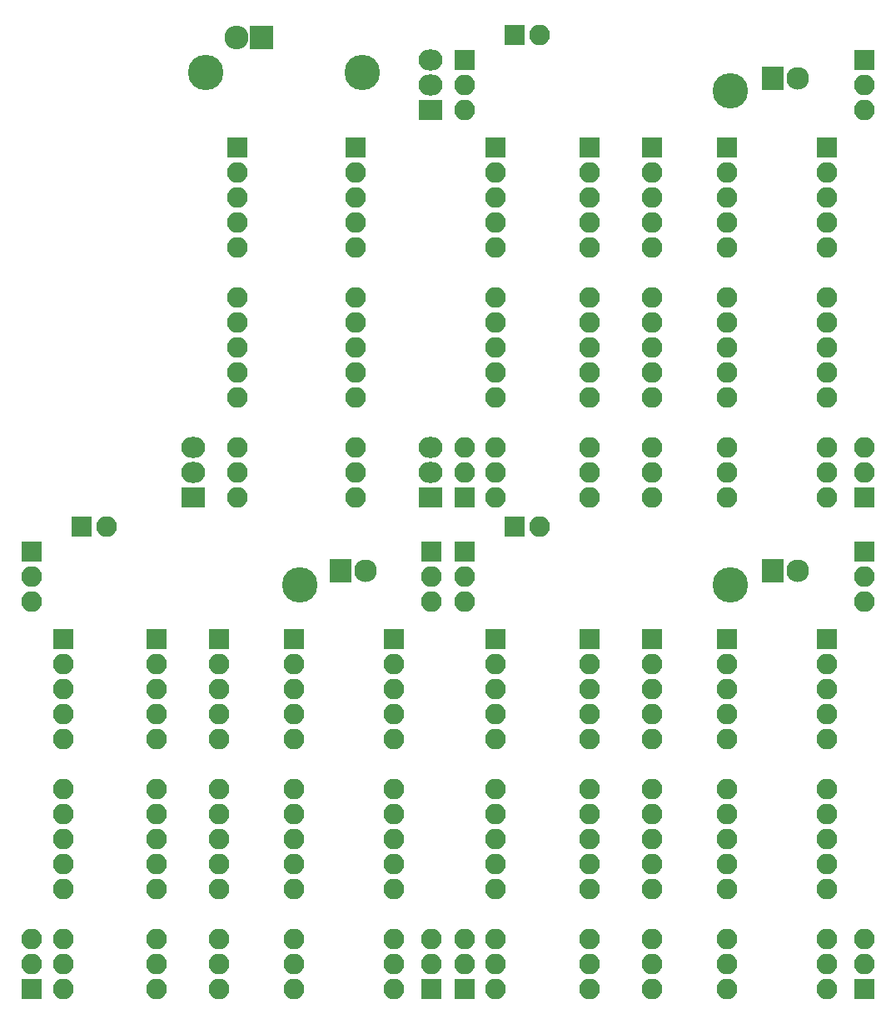
<source format=gts>
G04 #@! TF.FileFunction,Soldermask,Top*
%FSLAX46Y46*%
G04 Gerber Fmt 4.6, Leading zero omitted, Abs format (unit mm)*
G04 Created by KiCad (PCBNEW 4.0.5+dfsg1-4) date Fri Sep 22 17:31:14 2017*
%MOMM*%
%LPD*%
G01*
G04 APERTURE LIST*
%ADD10C,0.100000*%
%ADD11C,3.600000*%
%ADD12R,2.100000X2.100000*%
%ADD13O,2.100000X2.100000*%
%ADD14R,2.300000X2.400000*%
%ADD15C,2.300000*%
%ADD16R,2.432000X2.432000*%
%ADD17O,2.432000X2.432000*%
%ADD18R,2.432000X2.127200*%
%ADD19O,2.432000X2.127200*%
G04 APERTURE END LIST*
D10*
D11*
X112395000Y-83820000D03*
X68580000Y-83820000D03*
X112395000Y-33655000D03*
X59055000Y-31750000D03*
X74930000Y-31750000D03*
D12*
X81994300Y-80481300D03*
D13*
X81994300Y-83021300D03*
X81994300Y-85561300D03*
D12*
X41354300Y-80481300D03*
D13*
X41354300Y-83021300D03*
X41354300Y-85561300D03*
D12*
X46434300Y-77941300D03*
D13*
X48974300Y-77941300D03*
D12*
X81994300Y-124931300D03*
D13*
X81994300Y-122391300D03*
X81994300Y-119851300D03*
D12*
X41354300Y-124931300D03*
D13*
X41354300Y-122391300D03*
X41354300Y-119851300D03*
D12*
X44529300Y-89371300D03*
D13*
X44529300Y-91911300D03*
X44529300Y-94451300D03*
X44529300Y-96991300D03*
X44529300Y-99531300D03*
X44529300Y-104611300D03*
X44529300Y-107151300D03*
X44529300Y-109691300D03*
X44529300Y-112231300D03*
X44529300Y-114771300D03*
X44529300Y-119851300D03*
X44529300Y-122391300D03*
X44529300Y-124931300D03*
D12*
X54054300Y-89371300D03*
D13*
X54054300Y-91911300D03*
X54054300Y-94451300D03*
X54054300Y-96991300D03*
X54054300Y-99531300D03*
X54054300Y-104611300D03*
X54054300Y-107151300D03*
X54054300Y-109691300D03*
X54054300Y-112231300D03*
X54054300Y-114771300D03*
X54054300Y-119851300D03*
X54054300Y-122391300D03*
X54054300Y-124931300D03*
D12*
X60404300Y-89371300D03*
D13*
X60404300Y-91911300D03*
X60404300Y-94451300D03*
X60404300Y-96991300D03*
X60404300Y-99531300D03*
X60404300Y-104611300D03*
X60404300Y-107151300D03*
X60404300Y-109691300D03*
X60404300Y-112231300D03*
X60404300Y-114771300D03*
X60404300Y-119851300D03*
X60404300Y-122391300D03*
X60404300Y-124931300D03*
D12*
X68024300Y-89371300D03*
D13*
X68024300Y-91911300D03*
X68024300Y-94451300D03*
X68024300Y-96991300D03*
X68024300Y-99531300D03*
X68024300Y-104611300D03*
X68024300Y-107151300D03*
X68024300Y-109691300D03*
X68024300Y-112231300D03*
X68024300Y-114771300D03*
X68024300Y-119851300D03*
X68024300Y-122391300D03*
X68024300Y-124931300D03*
D12*
X78184300Y-89371300D03*
D13*
X78184300Y-91911300D03*
X78184300Y-94451300D03*
X78184300Y-96991300D03*
X78184300Y-99531300D03*
X78184300Y-104611300D03*
X78184300Y-107151300D03*
X78184300Y-109691300D03*
X78184300Y-112231300D03*
X78184300Y-114771300D03*
X78184300Y-119851300D03*
X78184300Y-122391300D03*
X78184300Y-124931300D03*
D14*
X72723300Y-82386300D03*
D15*
X75263300Y-82386300D03*
D14*
X116723300Y-82386300D03*
D15*
X119263300Y-82386300D03*
D12*
X122184300Y-89371300D03*
D13*
X122184300Y-91911300D03*
X122184300Y-94451300D03*
X122184300Y-96991300D03*
X122184300Y-99531300D03*
X122184300Y-104611300D03*
X122184300Y-107151300D03*
X122184300Y-109691300D03*
X122184300Y-112231300D03*
X122184300Y-114771300D03*
X122184300Y-119851300D03*
X122184300Y-122391300D03*
X122184300Y-124931300D03*
D12*
X112024300Y-89371300D03*
D13*
X112024300Y-91911300D03*
X112024300Y-94451300D03*
X112024300Y-96991300D03*
X112024300Y-99531300D03*
X112024300Y-104611300D03*
X112024300Y-107151300D03*
X112024300Y-109691300D03*
X112024300Y-112231300D03*
X112024300Y-114771300D03*
X112024300Y-119851300D03*
X112024300Y-122391300D03*
X112024300Y-124931300D03*
D12*
X104404300Y-89371300D03*
D13*
X104404300Y-91911300D03*
X104404300Y-94451300D03*
X104404300Y-96991300D03*
X104404300Y-99531300D03*
X104404300Y-104611300D03*
X104404300Y-107151300D03*
X104404300Y-109691300D03*
X104404300Y-112231300D03*
X104404300Y-114771300D03*
X104404300Y-119851300D03*
X104404300Y-122391300D03*
X104404300Y-124931300D03*
D12*
X98054300Y-89371300D03*
D13*
X98054300Y-91911300D03*
X98054300Y-94451300D03*
X98054300Y-96991300D03*
X98054300Y-99531300D03*
X98054300Y-104611300D03*
X98054300Y-107151300D03*
X98054300Y-109691300D03*
X98054300Y-112231300D03*
X98054300Y-114771300D03*
X98054300Y-119851300D03*
X98054300Y-122391300D03*
X98054300Y-124931300D03*
D12*
X88529300Y-89371300D03*
D13*
X88529300Y-91911300D03*
X88529300Y-94451300D03*
X88529300Y-96991300D03*
X88529300Y-99531300D03*
X88529300Y-104611300D03*
X88529300Y-107151300D03*
X88529300Y-109691300D03*
X88529300Y-112231300D03*
X88529300Y-114771300D03*
X88529300Y-119851300D03*
X88529300Y-122391300D03*
X88529300Y-124931300D03*
D12*
X85354300Y-124931300D03*
D13*
X85354300Y-122391300D03*
X85354300Y-119851300D03*
D12*
X125994300Y-124931300D03*
D13*
X125994300Y-122391300D03*
X125994300Y-119851300D03*
D12*
X90434300Y-77941300D03*
D13*
X92974300Y-77941300D03*
D12*
X85354300Y-80481300D03*
D13*
X85354300Y-83021300D03*
X85354300Y-85561300D03*
D12*
X125994300Y-80481300D03*
D13*
X125994300Y-83021300D03*
X125994300Y-85561300D03*
D12*
X125994300Y-30481300D03*
D13*
X125994300Y-33021300D03*
X125994300Y-35561300D03*
D12*
X85354300Y-30481300D03*
D13*
X85354300Y-33021300D03*
X85354300Y-35561300D03*
D12*
X90434300Y-27941300D03*
D13*
X92974300Y-27941300D03*
D12*
X125994300Y-74931300D03*
D13*
X125994300Y-72391300D03*
X125994300Y-69851300D03*
D12*
X85354300Y-74931300D03*
D13*
X85354300Y-72391300D03*
X85354300Y-69851300D03*
D12*
X88529300Y-39371300D03*
D13*
X88529300Y-41911300D03*
X88529300Y-44451300D03*
X88529300Y-46991300D03*
X88529300Y-49531300D03*
X88529300Y-54611300D03*
X88529300Y-57151300D03*
X88529300Y-59691300D03*
X88529300Y-62231300D03*
X88529300Y-64771300D03*
X88529300Y-69851300D03*
X88529300Y-72391300D03*
X88529300Y-74931300D03*
D12*
X98054300Y-39371300D03*
D13*
X98054300Y-41911300D03*
X98054300Y-44451300D03*
X98054300Y-46991300D03*
X98054300Y-49531300D03*
X98054300Y-54611300D03*
X98054300Y-57151300D03*
X98054300Y-59691300D03*
X98054300Y-62231300D03*
X98054300Y-64771300D03*
X98054300Y-69851300D03*
X98054300Y-72391300D03*
X98054300Y-74931300D03*
D12*
X104404300Y-39371300D03*
D13*
X104404300Y-41911300D03*
X104404300Y-44451300D03*
X104404300Y-46991300D03*
X104404300Y-49531300D03*
X104404300Y-54611300D03*
X104404300Y-57151300D03*
X104404300Y-59691300D03*
X104404300Y-62231300D03*
X104404300Y-64771300D03*
X104404300Y-69851300D03*
X104404300Y-72391300D03*
X104404300Y-74931300D03*
D12*
X112024300Y-39371300D03*
D13*
X112024300Y-41911300D03*
X112024300Y-44451300D03*
X112024300Y-46991300D03*
X112024300Y-49531300D03*
X112024300Y-54611300D03*
X112024300Y-57151300D03*
X112024300Y-59691300D03*
X112024300Y-62231300D03*
X112024300Y-64771300D03*
X112024300Y-69851300D03*
X112024300Y-72391300D03*
X112024300Y-74931300D03*
D12*
X122184300Y-39371300D03*
D13*
X122184300Y-41911300D03*
X122184300Y-44451300D03*
X122184300Y-46991300D03*
X122184300Y-49531300D03*
X122184300Y-54611300D03*
X122184300Y-57151300D03*
X122184300Y-59691300D03*
X122184300Y-62231300D03*
X122184300Y-64771300D03*
X122184300Y-69851300D03*
X122184300Y-72391300D03*
X122184300Y-74931300D03*
D14*
X116723300Y-32386300D03*
D15*
X119263300Y-32386300D03*
D16*
X64750000Y-28250000D03*
D17*
X62210000Y-28250000D03*
D18*
X81915000Y-35560000D03*
D19*
X81915000Y-33020000D03*
X81915000Y-30480000D03*
D12*
X62230000Y-39370000D03*
D13*
X62230000Y-41910000D03*
X62230000Y-44450000D03*
X62230000Y-46990000D03*
X62230000Y-49530000D03*
X62230000Y-54610000D03*
X62230000Y-57150000D03*
X62230000Y-59690000D03*
X62230000Y-62230000D03*
X62230000Y-64770000D03*
X62230000Y-69850000D03*
X62230000Y-72390000D03*
X62230000Y-74930000D03*
D12*
X74295000Y-39370000D03*
D13*
X74295000Y-41910000D03*
X74295000Y-44450000D03*
X74295000Y-46990000D03*
X74295000Y-49530000D03*
X74295000Y-54610000D03*
X74295000Y-57150000D03*
X74295000Y-59690000D03*
X74295000Y-62230000D03*
X74295000Y-64770000D03*
X74295000Y-69850000D03*
X74295000Y-72390000D03*
X74295000Y-74930000D03*
D18*
X81915000Y-74930000D03*
D19*
X81915000Y-72390000D03*
X81915000Y-69850000D03*
D18*
X57785000Y-74930000D03*
D19*
X57785000Y-72390000D03*
X57785000Y-69850000D03*
M02*

</source>
